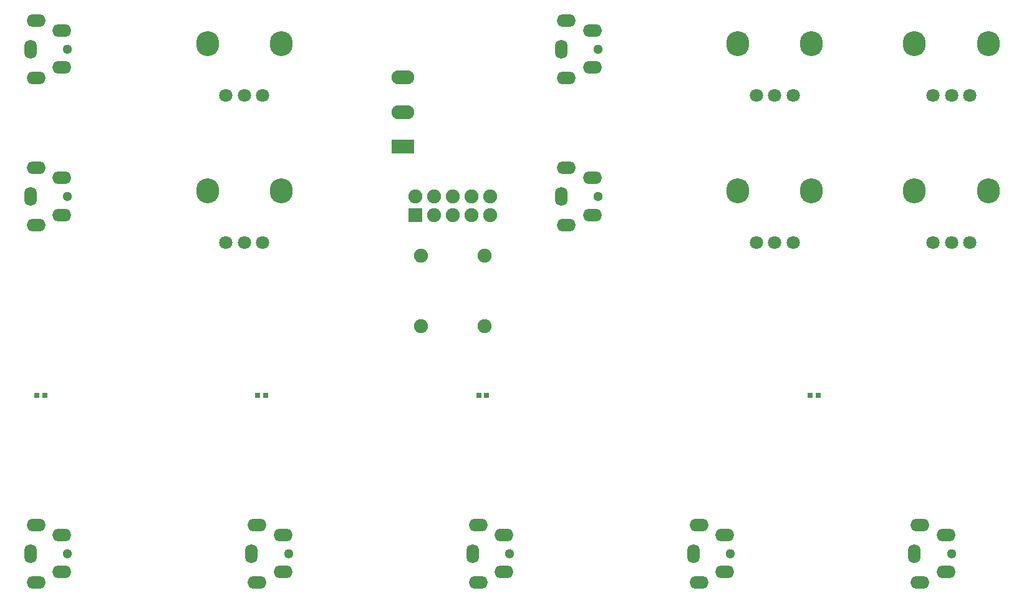
<source format=gbr>
%TF.GenerationSoftware,KiCad,Pcbnew,7.0.6+dfsg-1*%
%TF.CreationDate,2023-07-24T09:36:45-07:00*%
%TF.ProjectId,VCO,56434f2e-6b69-4636-9164-5f7063625858,rev?*%
%TF.SameCoordinates,Original*%
%TF.FileFunction,Soldermask,Bot*%
%TF.FilePolarity,Negative*%
%FSLAX46Y46*%
G04 Gerber Fmt 4.6, Leading zero omitted, Abs format (unit mm)*
G04 Created by KiCad (PCBNEW 7.0.6+dfsg-1) date 2023-07-24 09:36:45*
%MOMM*%
%LPD*%
G01*
G04 APERTURE LIST*
G04 Aperture macros list*
%AMRoundRect*
0 Rectangle with rounded corners*
0 $1 Rounding radius*
0 $2 $3 $4 $5 $6 $7 $8 $9 X,Y pos of 4 corners*
0 Add a 4 corners polygon primitive as box body*
4,1,4,$2,$3,$4,$5,$6,$7,$8,$9,$2,$3,0*
0 Add four circle primitives for the rounded corners*
1,1,$1+$1,$2,$3*
1,1,$1+$1,$4,$5*
1,1,$1+$1,$6,$7*
1,1,$1+$1,$8,$9*
0 Add four rect primitives between the rounded corners*
20,1,$1+$1,$2,$3,$4,$5,0*
20,1,$1+$1,$4,$5,$6,$7,0*
20,1,$1+$1,$6,$7,$8,$9,0*
20,1,$1+$1,$8,$9,$2,$3,0*%
G04 Aperture macros list end*
%ADD10C,1.902000*%
%ADD11RoundRect,0.051000X-0.900000X-0.900000X0.900000X-0.900000X0.900000X0.900000X-0.900000X0.900000X0*%
%ADD12C,1.802000*%
%ADD13O,3.102000X3.402000*%
%ADD14C,1.300000*%
%ADD15O,1.702000X2.602000*%
%ADD16O,2.602000X1.702000*%
%ADD17RoundRect,0.051000X-1.500000X0.900000X-1.500000X-0.900000X1.500000X-0.900000X1.500000X0.900000X0*%
%ADD18O,3.102000X1.902000*%
%ADD19RoundRect,0.051000X0.318000X0.270000X-0.318000X0.270000X-0.318000X-0.270000X0.318000X-0.270000X0*%
G04 APERTURE END LIST*
D10*
%TO.C,J101*%
X136980000Y-86316500D03*
X136980000Y-88856500D03*
X134440000Y-86316500D03*
X134440000Y-88856500D03*
X131900000Y-86316500D03*
X131900000Y-88856500D03*
X129360000Y-86316500D03*
X129360000Y-88856500D03*
X126820000Y-86316500D03*
D11*
X126820000Y-88856500D03*
%TD*%
D10*
%TO.C,D102*%
X127550000Y-94300000D03*
X136250000Y-94300000D03*
%TD*%
%TO.C,D101*%
X127550000Y-103900000D03*
X136250000Y-103900000D03*
%TD*%
D12*
%TO.C,RV202*%
X106100000Y-72550500D03*
X103600000Y-72550500D03*
X101100000Y-72550500D03*
D13*
X98600000Y-65550500D03*
X108600000Y-65550500D03*
%TD*%
D14*
%TO.C,J201*%
X79600000Y-86280000D03*
D15*
X74600000Y-86280000D03*
D16*
X75349000Y-82380000D03*
X78850000Y-83780000D03*
X78850000Y-88780000D03*
X75349000Y-90180000D03*
%TD*%
D14*
%TO.C,J203*%
X151600000Y-66280000D03*
D15*
X146600000Y-66280000D03*
D16*
X147349000Y-62380000D03*
X150850000Y-63780000D03*
X150850000Y-68780000D03*
X147349000Y-70180000D03*
%TD*%
D12*
%TO.C,RV402*%
X202100000Y-92550500D03*
X199600000Y-92550500D03*
X197100000Y-92550500D03*
D13*
X194600000Y-85550500D03*
X204600000Y-85550500D03*
%TD*%
D14*
%TO.C,J204*%
X199600000Y-134780000D03*
D15*
X194600000Y-134780000D03*
D16*
X195349000Y-130880000D03*
X198850000Y-132280000D03*
X198850000Y-137280000D03*
X195349000Y-138680000D03*
%TD*%
D14*
%TO.C,J401*%
X151600000Y-86280000D03*
D15*
X146600000Y-86280000D03*
D16*
X147349000Y-82380000D03*
X150850000Y-83780000D03*
X150850000Y-88780000D03*
X147349000Y-90180000D03*
%TD*%
D12*
%TO.C,RV204*%
X178100000Y-72550500D03*
X175600000Y-72550500D03*
X173100000Y-72550500D03*
D13*
X170600000Y-65550500D03*
X180600000Y-65550500D03*
%TD*%
D17*
%TO.C,SW201*%
X125100000Y-79511500D03*
D18*
X125100000Y-74811500D03*
X125100000Y-70111500D03*
%TD*%
D12*
%TO.C,RV203*%
X202100000Y-72550500D03*
X199600000Y-72550500D03*
X197100000Y-72550500D03*
D13*
X194600000Y-65550500D03*
X204600000Y-65550500D03*
%TD*%
D19*
%TO.C,D601*%
X180444500Y-113299500D03*
X181520500Y-113299500D03*
%TD*%
D12*
%TO.C,RV401*%
X178100000Y-92550500D03*
X175600000Y-92550500D03*
X173100000Y-92550500D03*
D13*
X170600000Y-85550500D03*
X180600000Y-85550500D03*
%TD*%
D19*
%TO.C,D603*%
X105444500Y-113299500D03*
X106520500Y-113299500D03*
%TD*%
D14*
%TO.C,J402*%
X139600000Y-134780000D03*
D15*
X134600000Y-134780000D03*
D16*
X135349000Y-130880000D03*
X138850000Y-132280000D03*
X138850000Y-137280000D03*
X135349000Y-138680000D03*
%TD*%
D14*
%TO.C,J301*%
X169600000Y-134780000D03*
D15*
X164600000Y-134780000D03*
D16*
X165349000Y-130880000D03*
X168850000Y-132280000D03*
X168850000Y-137280000D03*
X165349000Y-138680000D03*
%TD*%
D14*
%TO.C,J202*%
X79600000Y-66280000D03*
D15*
X74600000Y-66280000D03*
D16*
X75349000Y-62380000D03*
X78850000Y-63780000D03*
X78850000Y-68780000D03*
X75349000Y-70180000D03*
%TD*%
D19*
%TO.C,D604*%
X75444500Y-113299500D03*
X76520500Y-113299500D03*
%TD*%
D14*
%TO.C,J501*%
X79600000Y-134780000D03*
D15*
X74600000Y-134780000D03*
D16*
X75349000Y-130880000D03*
X78850000Y-132280000D03*
X78850000Y-137280000D03*
X75349000Y-138680000D03*
%TD*%
D14*
%TO.C,J502*%
X109600000Y-134780000D03*
D15*
X104600000Y-134780000D03*
D16*
X105349000Y-130880000D03*
X108850000Y-132280000D03*
X108850000Y-137280000D03*
X105349000Y-138680000D03*
%TD*%
D19*
%TO.C,D602*%
X135444500Y-113299500D03*
X136520500Y-113299500D03*
%TD*%
D12*
%TO.C,RV201*%
X106100000Y-92550500D03*
X103600000Y-92550500D03*
X101100000Y-92550500D03*
D13*
X98600000Y-85550500D03*
X108600000Y-85550500D03*
%TD*%
M02*

</source>
